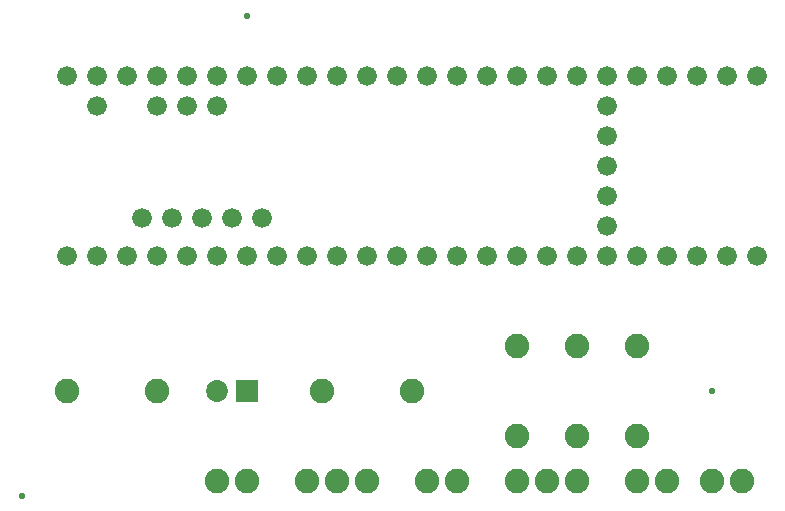
<source format=gbr>
G04 EAGLE Gerber RS-274X export*
G75*
%MOMM*%
%FSLAX34Y34*%
%LPD*%
%INSoldermask Bottom*%
%IPPOS*%
%AMOC8*
5,1,8,0,0,1.08239X$1,22.5*%
G01*
%ADD10C,0.553200*%
%ADD11C,2.082800*%
%ADD12R,1.854200X1.854200*%
%ADD13C,1.854200*%
%ADD14C,1.676400*%


D10*
X38100Y38100D03*
X622300Y127000D03*
X228600Y444500D03*
D11*
X203200Y50800D03*
X228600Y50800D03*
D12*
X228400Y127000D03*
D13*
X203400Y127000D03*
D11*
X279400Y50800D03*
X304800Y50800D03*
X330200Y50800D03*
X381000Y50800D03*
X406400Y50800D03*
X558800Y50800D03*
X584200Y50800D03*
X622300Y50800D03*
X647700Y50800D03*
X558800Y88900D03*
X558800Y165100D03*
X76200Y127000D03*
X152400Y127000D03*
X292100Y127000D03*
X368300Y127000D03*
X508000Y88900D03*
X508000Y165100D03*
X457200Y88900D03*
X457200Y165100D03*
X457200Y50800D03*
X482600Y50800D03*
X508000Y50800D03*
D14*
X127000Y241300D03*
X152400Y241300D03*
X177800Y241300D03*
X203200Y241300D03*
X228600Y241300D03*
X254000Y241300D03*
X279400Y241300D03*
X304800Y241300D03*
X330200Y241300D03*
X355600Y241300D03*
X381000Y241300D03*
X406400Y241300D03*
X406400Y393700D03*
X381000Y393700D03*
X355600Y393700D03*
X330200Y393700D03*
X304800Y393700D03*
X279400Y393700D03*
X254000Y393700D03*
X228600Y393700D03*
X203200Y393700D03*
X177800Y393700D03*
X152400Y393700D03*
X101600Y241300D03*
X127000Y393700D03*
X101600Y393700D03*
X76200Y241300D03*
X76200Y393700D03*
X431800Y241300D03*
X431800Y393700D03*
X457200Y241300D03*
X482600Y241300D03*
X508000Y241300D03*
X533400Y241300D03*
X558800Y241300D03*
X584200Y241300D03*
X609600Y241300D03*
X635000Y241300D03*
X660400Y241300D03*
X660400Y393700D03*
X635000Y393700D03*
X609600Y393700D03*
X584200Y393700D03*
X558800Y393700D03*
X533400Y393700D03*
X508000Y393700D03*
X482600Y393700D03*
X457200Y393700D03*
X533400Y266700D03*
X533400Y317500D03*
X533400Y342900D03*
X533400Y292100D03*
X533400Y368300D03*
X101600Y368300D03*
X152400Y368300D03*
X177800Y368300D03*
X203200Y368300D03*
X139700Y273050D03*
X165100Y273050D03*
X190500Y273050D03*
X215900Y273050D03*
X241300Y273050D03*
M02*

</source>
